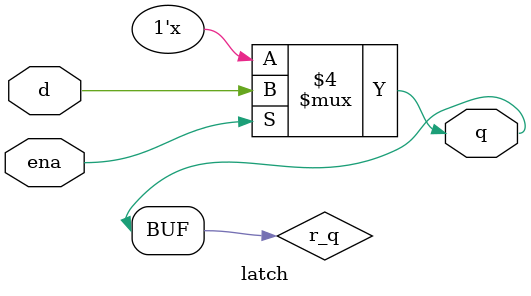
<source format=v>
/*******************************************************************
* This Program is the Confidential and Proprietary product of Altera Corp.    *
* Any unauthorized use,  reproduction or transfer of this program is strictly *
* prohibited. Copyright (c)  1994  by Altera Corp. All Rights Reserved.       *
*******************************************************************/
/*
TRUTHTABLE     : 
          ----------------
           ena	d   |   q
          ---------------- 
           H   	L	|   L
           H   	H	|   H
           L   	X	|   q
          ---------------- 
*/
`celldefine

`timescale  1ns /  100ps
module latch (q, ena, d);
	parameter size =1;
	input
		ena,
		d;
	output
		q;

  reg r_q;
  buf #1 (q,  r_q);

  always @(d or ena)
        if (ena == 1)
            r_q = d;

specify
     specparam area = 1;
     specparam capacitance$d = 1;
     specparam capacitance$ena = 1;

    // Timing Checks
    $hold(posedge ena,d,1.0);
    $setup(d,posedge ena,1.0);

    // Path Delays
    (d => q) = (1.0,1.0);
    (ena => q) = (1.0,1.0);
endspecify

endmodule
`endcelldefine

</source>
